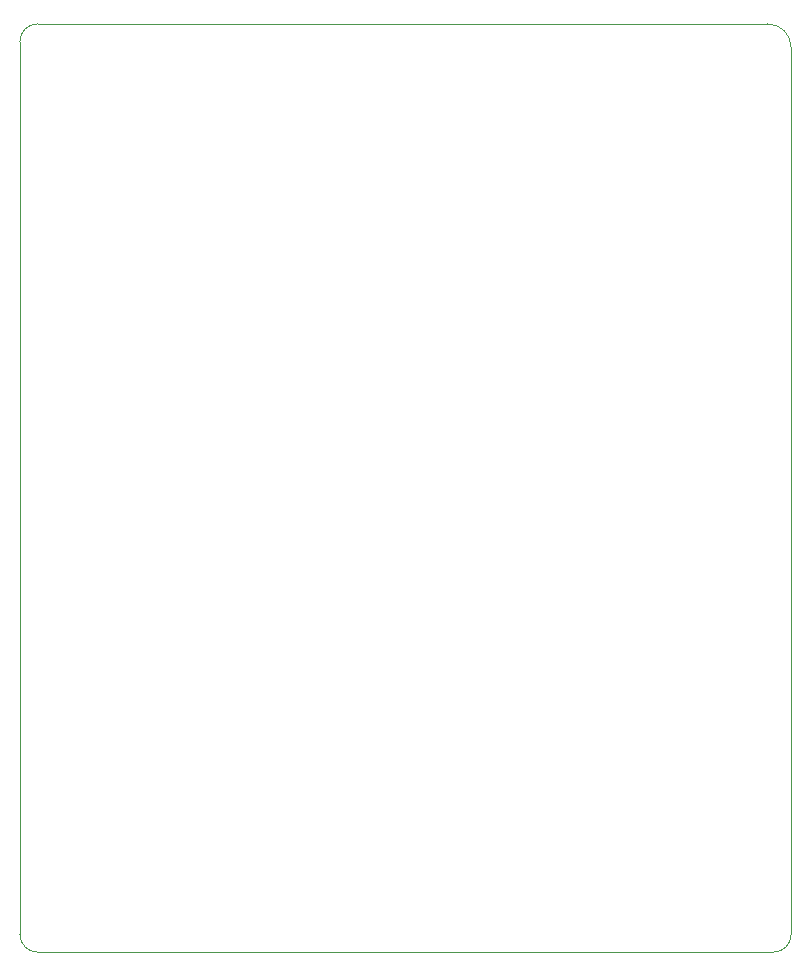
<source format=gm1>
G04 #@! TF.GenerationSoftware,KiCad,Pcbnew,7.0.5-7.0.5~ubuntu22.04.1*
G04 #@! TF.CreationDate,2023-06-19T14:44:42+01:00*
G04 #@! TF.ProjectId,logic_board,6c6f6769-635f-4626-9f61-72642e6b6963,rev?*
G04 #@! TF.SameCoordinates,Original*
G04 #@! TF.FileFunction,Profile,NP*
%FSLAX46Y46*%
G04 Gerber Fmt 4.6, Leading zero omitted, Abs format (unit mm)*
G04 Created by KiCad (PCBNEW 7.0.5-7.0.5~ubuntu22.04.1) date 2023-06-19 14:44:42*
%MOMM*%
%LPD*%
G01*
G04 APERTURE LIST*
G04 #@! TA.AperFunction,Profile*
%ADD10C,0.100000*%
G04 #@! TD*
G04 APERTURE END LIST*
D10*
X136100000Y-133000000D02*
G75*
G03*
X137600000Y-131500000I0J1500000D01*
G01*
X72300000Y-131500000D02*
G75*
G03*
X73800000Y-133000000I1500000J0D01*
G01*
X73800000Y-54400000D02*
G75*
G03*
X72300000Y-55900000I0J-1500000D01*
G01*
X137600000Y-56400000D02*
G75*
G03*
X135600000Y-54400000I-2000000J0D01*
G01*
X73800000Y-54400000D02*
X135600000Y-54400000D01*
X136100000Y-133000000D02*
X74600000Y-133000000D01*
X73800000Y-133000000D02*
X74600000Y-133000000D01*
X72300000Y-131500000D02*
X72300000Y-55900000D01*
X137600000Y-56400000D02*
X137600000Y-131500000D01*
M02*

</source>
